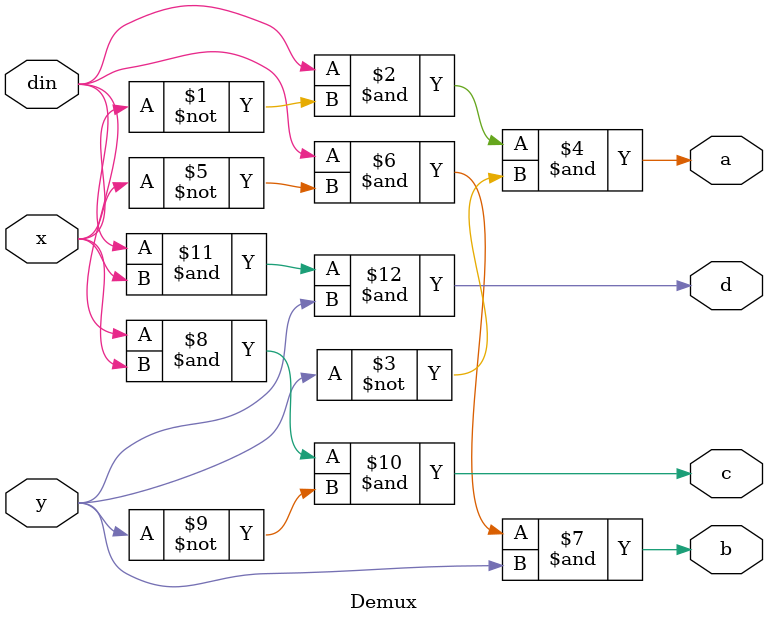
<source format=v>
`timescale 1ns / 1ps
module Demux(
    output a,
    output b,
    output c,
    output d,
    input din,
    input x,
    input y
    );
		assign a = din & (~x) & (~y);
		assign b = din & (~x) & y;
		assign c = din & x & (~y);
		assign d = din & x & y;


endmodule

</source>
